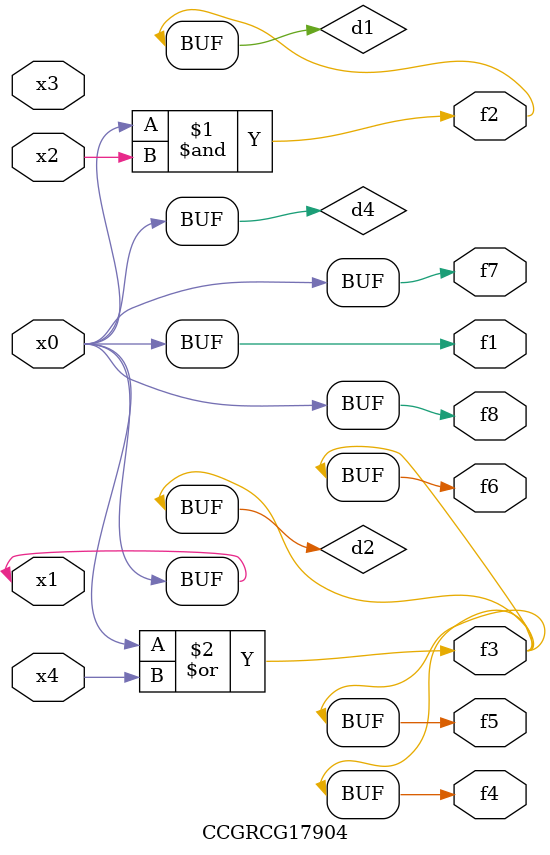
<source format=v>
module CCGRCG17904(
	input x0, x1, x2, x3, x4,
	output f1, f2, f3, f4, f5, f6, f7, f8
);

	wire d1, d2, d3, d4;

	and (d1, x0, x2);
	or (d2, x0, x4);
	nand (d3, x0, x2);
	buf (d4, x0, x1);
	assign f1 = d4;
	assign f2 = d1;
	assign f3 = d2;
	assign f4 = d2;
	assign f5 = d2;
	assign f6 = d2;
	assign f7 = d4;
	assign f8 = d4;
endmodule

</source>
